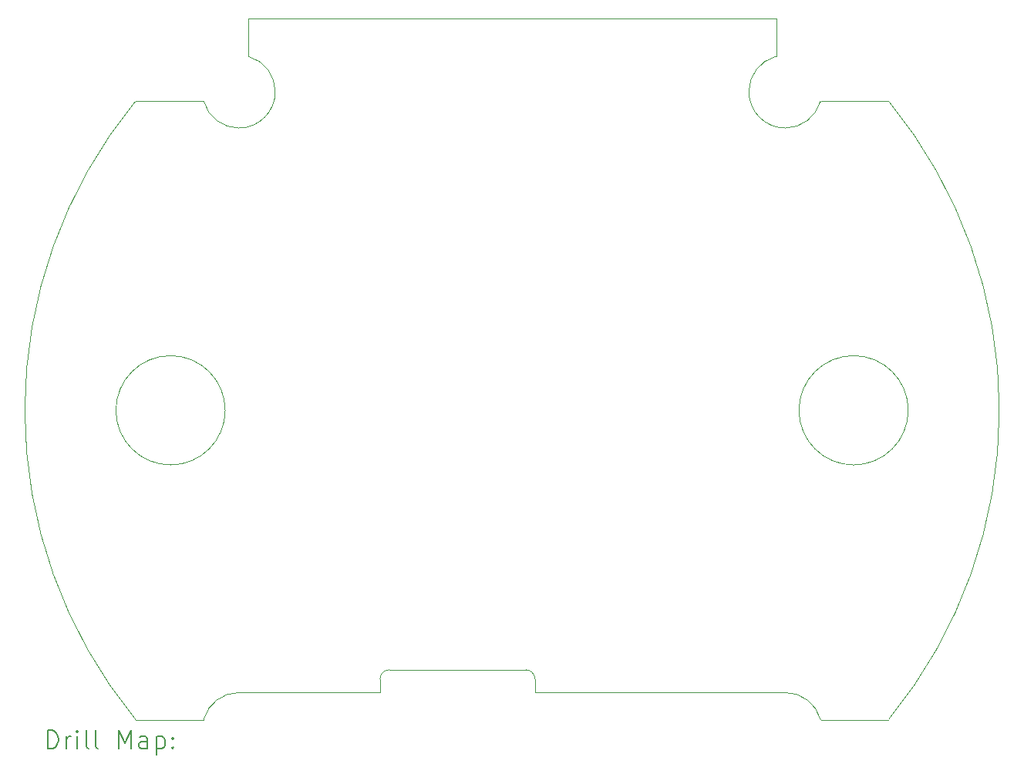
<source format=gbr>
%FSLAX45Y45*%
G04 Gerber Fmt 4.5, Leading zero omitted, Abs format (unit mm)*
G04 Created by KiCad (PCBNEW (5.99.0-2407-g46ade4960)) date 2020-08-17 15:41:36*
%MOMM*%
%LPD*%
G01*
G04 APERTURE LIST*
%TA.AperFunction,Profile*%
%ADD10C,0.100000*%
%TD*%
%ADD11C,0.200000*%
G04 APERTURE END LIST*
D10*
X17900000Y-6110000D02*
X17891416Y-6115020D01*
X17891416Y-6115020D02*
G75*
G03*
X17600000Y-6500000I108584J-384980D01*
G01*
X17900000Y-6110000D02*
X17900000Y-5700000D01*
X17600000Y-6500000D02*
G75*
G03*
X18000000Y-6900000I400000J0D01*
G01*
X11615020Y-13391416D02*
G75*
G02*
X12000000Y-13100000I384980J-108584D01*
G01*
X11610000Y-13400000D02*
X11615020Y-13391416D01*
X12100000Y-6110000D02*
X12108584Y-6115020D01*
X12108584Y-6115020D02*
G75*
G02*
X12400000Y-6500000I-108584J-384980D01*
G01*
X12400000Y-6500000D02*
G75*
G02*
X12000000Y-6900000I-400000J0D01*
G01*
X15250000Y-13100000D02*
X18000000Y-13100000D01*
X18390000Y-13400000D02*
X18384980Y-13391416D01*
X18390000Y-13400000D02*
X19130000Y-13400000D01*
X19130000Y-13400000D02*
X19139335Y-13389455D01*
X19139335Y-13389455D02*
G75*
G03*
X20350000Y-10000000I-4139335J3389455D01*
G01*
X18384980Y-13391416D02*
G75*
G03*
X18000000Y-13100000I-384980J-108584D01*
G01*
X18390000Y-6600000D02*
X18384980Y-6608584D01*
X18390000Y-6600000D02*
X19130000Y-6600000D01*
X19130000Y-6600000D02*
X19139335Y-6610545D01*
X19139335Y-6610545D02*
G75*
G02*
X20350000Y-10000000I-4139335J-3389455D01*
G01*
X18384980Y-6608584D02*
G75*
G02*
X18000000Y-6900000I-384980J108584D01*
G01*
X11615020Y-6608584D02*
G75*
G03*
X12000000Y-6900000I384980J108584D01*
G01*
X10860665Y-6610545D02*
G75*
G03*
X9650000Y-10000000I4139335J-3389455D01*
G01*
X10870000Y-6600000D02*
X10860665Y-6610545D01*
X11610000Y-6600000D02*
X10870000Y-6600000D01*
X11610000Y-6600000D02*
X11615020Y-6608584D01*
X10870000Y-13400000D02*
X10860665Y-13389455D01*
X11610000Y-13400000D02*
X10870000Y-13400000D01*
X13550000Y-13100000D02*
X12000000Y-13100000D01*
X15250000Y-12950000D02*
G75*
G03*
X15150000Y-12850000I-100000J0D01*
G01*
X15250000Y-12950000D02*
X15250000Y-13100000D01*
X19350000Y-10000000D02*
G75*
G03*
X19350000Y-10000000I-600000J0D01*
G01*
X12100000Y-5700000D02*
X17900000Y-5700000D01*
X13550000Y-13100000D02*
X13550000Y-12950000D01*
X12100000Y-6110000D02*
X12100000Y-5700000D01*
X13650000Y-12850000D02*
X15150000Y-12850000D01*
X10860665Y-13389455D02*
G75*
G02*
X9650000Y-10000000I4139335J3389455D01*
G01*
X11850000Y-10000000D02*
G75*
G03*
X11850000Y-10000000I-600000J0D01*
G01*
X13650000Y-12850000D02*
G75*
G03*
X13550000Y-12950000I0J-100000D01*
G01*
D11*
X9902619Y-13715476D02*
X9902619Y-13515476D01*
X9950238Y-13515476D01*
X9978809Y-13525000D01*
X9997857Y-13544048D01*
X10007381Y-13563095D01*
X10016905Y-13601190D01*
X10016905Y-13629762D01*
X10007381Y-13667857D01*
X9997857Y-13686905D01*
X9978809Y-13705952D01*
X9950238Y-13715476D01*
X9902619Y-13715476D01*
X10102619Y-13715476D02*
X10102619Y-13582143D01*
X10102619Y-13620238D02*
X10112143Y-13601190D01*
X10121666Y-13591667D01*
X10140714Y-13582143D01*
X10159762Y-13582143D01*
X10226428Y-13715476D02*
X10226428Y-13582143D01*
X10226428Y-13515476D02*
X10216905Y-13525000D01*
X10226428Y-13534524D01*
X10235952Y-13525000D01*
X10226428Y-13515476D01*
X10226428Y-13534524D01*
X10350238Y-13715476D02*
X10331190Y-13705952D01*
X10321666Y-13686905D01*
X10321666Y-13515476D01*
X10455000Y-13715476D02*
X10435952Y-13705952D01*
X10426428Y-13686905D01*
X10426428Y-13515476D01*
X10683571Y-13715476D02*
X10683571Y-13515476D01*
X10750238Y-13658333D01*
X10816905Y-13515476D01*
X10816905Y-13715476D01*
X10997857Y-13715476D02*
X10997857Y-13610714D01*
X10988333Y-13591667D01*
X10969286Y-13582143D01*
X10931190Y-13582143D01*
X10912143Y-13591667D01*
X10997857Y-13705952D02*
X10978809Y-13715476D01*
X10931190Y-13715476D01*
X10912143Y-13705952D01*
X10902619Y-13686905D01*
X10902619Y-13667857D01*
X10912143Y-13648810D01*
X10931190Y-13639286D01*
X10978809Y-13639286D01*
X10997857Y-13629762D01*
X11093095Y-13582143D02*
X11093095Y-13782143D01*
X11093095Y-13591667D02*
X11112143Y-13582143D01*
X11150238Y-13582143D01*
X11169286Y-13591667D01*
X11178809Y-13601190D01*
X11188333Y-13620238D01*
X11188333Y-13677381D01*
X11178809Y-13696429D01*
X11169286Y-13705952D01*
X11150238Y-13715476D01*
X11112143Y-13715476D01*
X11093095Y-13705952D01*
X11274047Y-13696429D02*
X11283571Y-13705952D01*
X11274047Y-13715476D01*
X11264524Y-13705952D01*
X11274047Y-13696429D01*
X11274047Y-13715476D01*
X11274047Y-13591667D02*
X11283571Y-13601190D01*
X11274047Y-13610714D01*
X11264524Y-13601190D01*
X11274047Y-13591667D01*
X11274047Y-13610714D01*
M02*

</source>
